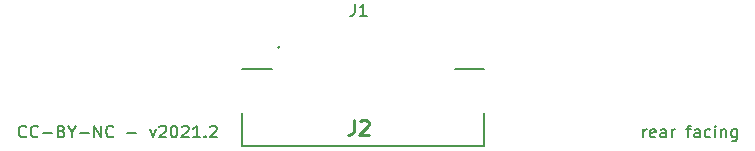
<source format=gbr>
%TF.GenerationSoftware,KiCad,Pcbnew,(6.0.0-rc1-114-gb471945224)*%
%TF.CreationDate,2023-01-31T08:43:45+01:00*%
%TF.ProjectId,HB-F1XD-keyboard,48422d46-3158-4442-9d6b-6579626f6172,1*%
%TF.SameCoordinates,Original*%
%TF.FileFunction,Legend,Top*%
%TF.FilePolarity,Positive*%
%FSLAX46Y46*%
G04 Gerber Fmt 4.6, Leading zero omitted, Abs format (unit mm)*
G04 Created by KiCad (PCBNEW (6.0.0-rc1-114-gb471945224)) date 2023-01-31 08:43:45*
%MOMM*%
%LPD*%
G01*
G04 APERTURE LIST*
%ADD10C,0.150000*%
%ADD11C,0.254000*%
%ADD12C,0.200000*%
G04 APERTURE END LIST*
D10*
X300188095Y-68457142D02*
X300140476Y-68504761D01*
X299997619Y-68552380D01*
X299902380Y-68552380D01*
X299759523Y-68504761D01*
X299664285Y-68409523D01*
X299616666Y-68314285D01*
X299569047Y-68123809D01*
X299569047Y-67980952D01*
X299616666Y-67790476D01*
X299664285Y-67695238D01*
X299759523Y-67600000D01*
X299902380Y-67552380D01*
X299997619Y-67552380D01*
X300140476Y-67600000D01*
X300188095Y-67647619D01*
X301188095Y-68457142D02*
X301140476Y-68504761D01*
X300997619Y-68552380D01*
X300902380Y-68552380D01*
X300759523Y-68504761D01*
X300664285Y-68409523D01*
X300616666Y-68314285D01*
X300569047Y-68123809D01*
X300569047Y-67980952D01*
X300616666Y-67790476D01*
X300664285Y-67695238D01*
X300759523Y-67600000D01*
X300902380Y-67552380D01*
X300997619Y-67552380D01*
X301140476Y-67600000D01*
X301188095Y-67647619D01*
X301616666Y-68171428D02*
X302378571Y-68171428D01*
X303188095Y-68028571D02*
X303330952Y-68076190D01*
X303378571Y-68123809D01*
X303426190Y-68219047D01*
X303426190Y-68361904D01*
X303378571Y-68457142D01*
X303330952Y-68504761D01*
X303235714Y-68552380D01*
X302854761Y-68552380D01*
X302854761Y-67552380D01*
X303188095Y-67552380D01*
X303283333Y-67600000D01*
X303330952Y-67647619D01*
X303378571Y-67742857D01*
X303378571Y-67838095D01*
X303330952Y-67933333D01*
X303283333Y-67980952D01*
X303188095Y-68028571D01*
X302854761Y-68028571D01*
X304045238Y-68076190D02*
X304045238Y-68552380D01*
X303711904Y-67552380D02*
X304045238Y-68076190D01*
X304378571Y-67552380D01*
X304711904Y-68171428D02*
X305473809Y-68171428D01*
X305950000Y-68552380D02*
X305950000Y-67552380D01*
X306521428Y-68552380D01*
X306521428Y-67552380D01*
X307569047Y-68457142D02*
X307521428Y-68504761D01*
X307378571Y-68552380D01*
X307283333Y-68552380D01*
X307140476Y-68504761D01*
X307045238Y-68409523D01*
X306997619Y-68314285D01*
X306950000Y-68123809D01*
X306950000Y-67980952D01*
X306997619Y-67790476D01*
X307045238Y-67695238D01*
X307140476Y-67600000D01*
X307283333Y-67552380D01*
X307378571Y-67552380D01*
X307521428Y-67600000D01*
X307569047Y-67647619D01*
X308759523Y-68171428D02*
X309521428Y-68171428D01*
X310664285Y-67885714D02*
X310902380Y-68552380D01*
X311140476Y-67885714D01*
X311473809Y-67647619D02*
X311521428Y-67600000D01*
X311616666Y-67552380D01*
X311854761Y-67552380D01*
X311950000Y-67600000D01*
X311997619Y-67647619D01*
X312045238Y-67742857D01*
X312045238Y-67838095D01*
X311997619Y-67980952D01*
X311426190Y-68552380D01*
X312045238Y-68552380D01*
X312664285Y-67552380D02*
X312759523Y-67552380D01*
X312854761Y-67600000D01*
X312902380Y-67647619D01*
X312950000Y-67742857D01*
X312997619Y-67933333D01*
X312997619Y-68171428D01*
X312950000Y-68361904D01*
X312902380Y-68457142D01*
X312854761Y-68504761D01*
X312759523Y-68552380D01*
X312664285Y-68552380D01*
X312569047Y-68504761D01*
X312521428Y-68457142D01*
X312473809Y-68361904D01*
X312426190Y-68171428D01*
X312426190Y-67933333D01*
X312473809Y-67742857D01*
X312521428Y-67647619D01*
X312569047Y-67600000D01*
X312664285Y-67552380D01*
X313378571Y-67647619D02*
X313426190Y-67600000D01*
X313521428Y-67552380D01*
X313759523Y-67552380D01*
X313854761Y-67600000D01*
X313902380Y-67647619D01*
X313950000Y-67742857D01*
X313950000Y-67838095D01*
X313902380Y-67980952D01*
X313330952Y-68552380D01*
X313950000Y-68552380D01*
X314902380Y-68552380D02*
X314330952Y-68552380D01*
X314616666Y-68552380D02*
X314616666Y-67552380D01*
X314521428Y-67695238D01*
X314426190Y-67790476D01*
X314330952Y-67838095D01*
X315330952Y-68457142D02*
X315378571Y-68504761D01*
X315330952Y-68552380D01*
X315283333Y-68504761D01*
X315330952Y-68457142D01*
X315330952Y-68552380D01*
X315759523Y-67647619D02*
X315807142Y-67600000D01*
X315902380Y-67552380D01*
X316140476Y-67552380D01*
X316235714Y-67600000D01*
X316283333Y-67647619D01*
X316330952Y-67742857D01*
X316330952Y-67838095D01*
X316283333Y-67980952D01*
X315711904Y-68552380D01*
X316330952Y-68552380D01*
X352447619Y-68552380D02*
X352447619Y-67885714D01*
X352447619Y-68076190D02*
X352495238Y-67980952D01*
X352542857Y-67933333D01*
X352638095Y-67885714D01*
X352733333Y-67885714D01*
X353447619Y-68504761D02*
X353352380Y-68552380D01*
X353161904Y-68552380D01*
X353066666Y-68504761D01*
X353019047Y-68409523D01*
X353019047Y-68028571D01*
X353066666Y-67933333D01*
X353161904Y-67885714D01*
X353352380Y-67885714D01*
X353447619Y-67933333D01*
X353495238Y-68028571D01*
X353495238Y-68123809D01*
X353019047Y-68219047D01*
X354352380Y-68552380D02*
X354352380Y-68028571D01*
X354304761Y-67933333D01*
X354209523Y-67885714D01*
X354019047Y-67885714D01*
X353923809Y-67933333D01*
X354352380Y-68504761D02*
X354257142Y-68552380D01*
X354019047Y-68552380D01*
X353923809Y-68504761D01*
X353876190Y-68409523D01*
X353876190Y-68314285D01*
X353923809Y-68219047D01*
X354019047Y-68171428D01*
X354257142Y-68171428D01*
X354352380Y-68123809D01*
X354828571Y-68552380D02*
X354828571Y-67885714D01*
X354828571Y-68076190D02*
X354876190Y-67980952D01*
X354923809Y-67933333D01*
X355019047Y-67885714D01*
X355114285Y-67885714D01*
X356066666Y-67885714D02*
X356447619Y-67885714D01*
X356209523Y-68552380D02*
X356209523Y-67695238D01*
X356257142Y-67600000D01*
X356352380Y-67552380D01*
X356447619Y-67552380D01*
X357209523Y-68552380D02*
X357209523Y-68028571D01*
X357161904Y-67933333D01*
X357066666Y-67885714D01*
X356876190Y-67885714D01*
X356780952Y-67933333D01*
X357209523Y-68504761D02*
X357114285Y-68552380D01*
X356876190Y-68552380D01*
X356780952Y-68504761D01*
X356733333Y-68409523D01*
X356733333Y-68314285D01*
X356780952Y-68219047D01*
X356876190Y-68171428D01*
X357114285Y-68171428D01*
X357209523Y-68123809D01*
X358114285Y-68504761D02*
X358019047Y-68552380D01*
X357828571Y-68552380D01*
X357733333Y-68504761D01*
X357685714Y-68457142D01*
X357638095Y-68361904D01*
X357638095Y-68076190D01*
X357685714Y-67980952D01*
X357733333Y-67933333D01*
X357828571Y-67885714D01*
X358019047Y-67885714D01*
X358114285Y-67933333D01*
X358542857Y-68552380D02*
X358542857Y-67885714D01*
X358542857Y-67552380D02*
X358495238Y-67600000D01*
X358542857Y-67647619D01*
X358590476Y-67600000D01*
X358542857Y-67552380D01*
X358542857Y-67647619D01*
X359019047Y-67885714D02*
X359019047Y-68552380D01*
X359019047Y-67980952D02*
X359066666Y-67933333D01*
X359161904Y-67885714D01*
X359304761Y-67885714D01*
X359400000Y-67933333D01*
X359447619Y-68028571D01*
X359447619Y-68552380D01*
X360352380Y-67885714D02*
X360352380Y-68695238D01*
X360304761Y-68790476D01*
X360257142Y-68838095D01*
X360161904Y-68885714D01*
X360019047Y-68885714D01*
X359923809Y-68838095D01*
X360352380Y-68504761D02*
X360257142Y-68552380D01*
X360066666Y-68552380D01*
X359971428Y-68504761D01*
X359923809Y-68457142D01*
X359876190Y-68361904D01*
X359876190Y-68076190D01*
X359923809Y-67980952D01*
X359971428Y-67933333D01*
X360066666Y-67885714D01*
X360257142Y-67885714D01*
X360352380Y-67933333D01*
D11*
%TO.C,J2*%
X327907266Y-67074253D02*
X327907266Y-67981396D01*
X327846790Y-68162825D01*
X327725838Y-68283777D01*
X327544409Y-68344253D01*
X327423457Y-68344253D01*
X328451552Y-67195206D02*
X328512028Y-67134730D01*
X328632980Y-67074253D01*
X328935361Y-67074253D01*
X329056314Y-67134730D01*
X329116790Y-67195206D01*
X329177266Y-67316158D01*
X329177266Y-67437110D01*
X329116790Y-67618539D01*
X328391076Y-68344253D01*
X329177266Y-68344253D01*
D10*
%TO.C,J1*%
X328025216Y-57252380D02*
X328025216Y-57966666D01*
X327977597Y-58109523D01*
X327882359Y-58204761D01*
X327739502Y-58252380D01*
X327644264Y-58252380D01*
X329025216Y-58252380D02*
X328453788Y-58252380D01*
X328739502Y-58252380D02*
X328739502Y-57252380D01*
X328644264Y-57395238D01*
X328549026Y-57490476D01*
X328453788Y-57538095D01*
D12*
%TO.C,J2*%
X318489550Y-69303000D02*
X318489550Y-66519000D01*
X338989550Y-69303000D02*
X338989550Y-66519000D01*
X338989550Y-62753000D02*
X336456550Y-62753000D01*
X318489550Y-69303000D02*
X338989550Y-69303000D01*
X318489550Y-62753000D02*
X321022550Y-62753000D01*
X321653550Y-60917000D02*
G75*
G03*
X321653550Y-60917000I-68000J0D01*
G01*
%TD*%
M02*

</source>
